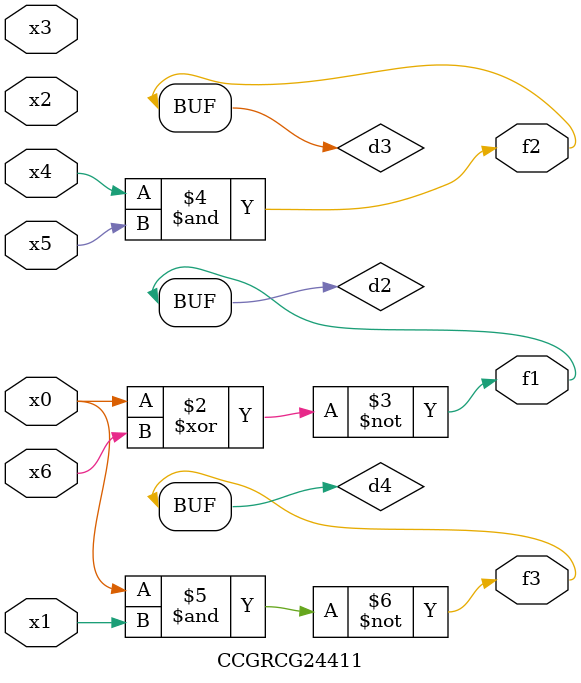
<source format=v>
module CCGRCG24411(
	input x0, x1, x2, x3, x4, x5, x6,
	output f1, f2, f3
);

	wire d1, d2, d3, d4;

	nor (d1, x0);
	xnor (d2, x0, x6);
	and (d3, x4, x5);
	nand (d4, x0, x1);
	assign f1 = d2;
	assign f2 = d3;
	assign f3 = d4;
endmodule

</source>
